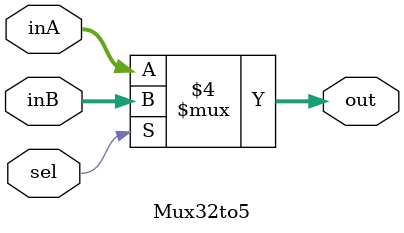
<source format=v>
`timescale 1ns / 1ps


module Mux32to5(out, inA, inB, sel);

    output reg [4:0] out;
    
    input [4:0] inA;
    input [4:0] inB;
    input sel;
    
    always@(sel, inA, inB) begin
        if (sel == 0) begin//changed?
            out <= inA[4:0];
        end
        else begin
            out <= inB[4:0];
        end
    end 

endmodule

</source>
